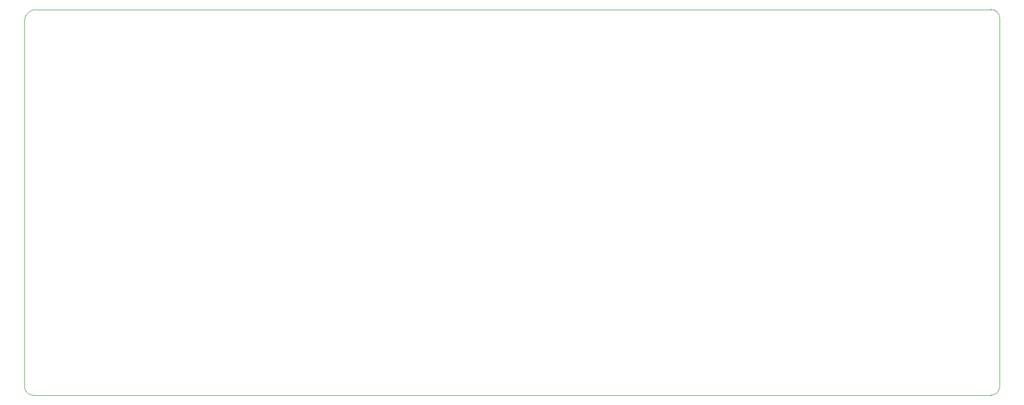
<source format=gm1>
G04 #@! TF.GenerationSoftware,KiCad,Pcbnew,8.0.9-8.0.9-0~ubuntu22.04.1*
G04 #@! TF.CreationDate,2025-05-22T00:01:40+08:00*
G04 #@! TF.ProjectId,macropad,6d616372-6f70-4616-942e-6b696361645f,rev?*
G04 #@! TF.SameCoordinates,Original*
G04 #@! TF.FileFunction,Profile,NP*
%FSLAX46Y46*%
G04 Gerber Fmt 4.6, Leading zero omitted, Abs format (unit mm)*
G04 Created by KiCad (PCBNEW 8.0.9-8.0.9-0~ubuntu22.04.1) date 2025-05-22 00:01:40*
%MOMM*%
%LPD*%
G01*
G04 APERTURE LIST*
G04 #@! TA.AperFunction,Profile*
%ADD10C,0.050000*%
G04 #@! TD*
G04 APERTURE END LIST*
D10*
X54500000Y-124700000D02*
G75*
G02*
X53000000Y-123200000I0J1500000D01*
G01*
X54500000Y-124700000D02*
X220500000Y-124700000D01*
X222000000Y-123200000D02*
G75*
G02*
X220500000Y-124700000I-1500000J0D01*
G01*
X220500000Y-57700000D02*
G75*
G02*
X222000000Y-59200000I0J-1500000D01*
G01*
X55000000Y-57700000D02*
X220500000Y-57700000D01*
X53000000Y-59700000D02*
G75*
G02*
X55000000Y-57700000I2000000J0D01*
G01*
X222000000Y-123200000D02*
X222000000Y-59200000D01*
X53000000Y-59700000D02*
X53000000Y-123200000D01*
M02*

</source>
